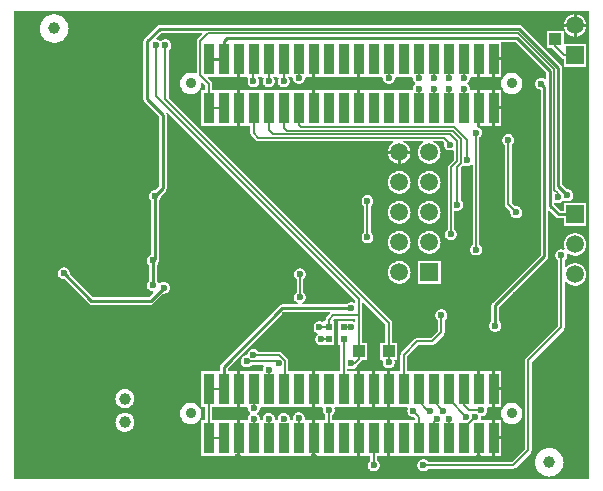
<source format=gbl>
%FSLAX24Y24*%
%MOIN*%
G70*
G01*
G75*
G04 Layer_Physical_Order=2*
G04 Layer_Color=16711680*
%ADD10C,0.0060*%
%ADD11R,0.0197X0.0236*%
%ADD12C,0.0394*%
%ADD13R,0.0236X0.0217*%
%ADD14R,0.0394X0.0709*%
%ADD15R,0.0217X0.0236*%
G04:AMPARAMS|DCode=16|XSize=19.7mil|YSize=23.6mil|CornerRadius=0mil|HoleSize=0mil|Usage=FLASHONLY|Rotation=225.000|XOffset=0mil|YOffset=0mil|HoleType=Round|Shape=Rectangle|*
%AMROTATEDRECTD16*
4,1,4,-0.0014,0.0153,0.0153,-0.0014,0.0014,-0.0153,-0.0153,0.0014,-0.0014,0.0153,0.0*
%
%ADD16ROTATEDRECTD16*%

%ADD17R,0.0315X0.0295*%
%ADD18R,0.0197X0.0256*%
%ADD19C,0.0079*%
%ADD20R,0.0236X0.0157*%
%ADD21R,0.1083X0.0350*%
G04:AMPARAMS|DCode=22|XSize=47.2mil|YSize=43.3mil|CornerRadius=0mil|HoleSize=0mil|Usage=FLASHONLY|Rotation=45.000|XOffset=0mil|YOffset=0mil|HoleType=Round|Shape=Rectangle|*
%AMROTATEDRECTD22*
4,1,4,-0.0014,-0.0320,-0.0320,-0.0014,0.0014,0.0320,0.0320,0.0014,-0.0014,-0.0320,0.0*
%
%ADD22ROTATEDRECTD22*%

%ADD23C,0.0098*%
%ADD24R,0.0400X0.0300*%
%ADD25R,0.0299X0.0945*%
%ADD26R,0.0295X0.0315*%
%ADD27R,0.1850X0.1850*%
%ADD28O,0.0079X0.0256*%
%ADD29O,0.0256X0.0079*%
%ADD30R,0.0236X0.0197*%
%ADD31C,0.0090*%
%ADD32C,0.0100*%
%ADD33C,0.0500*%
%ADD34C,0.0080*%
%ADD35C,0.0150*%
%ADD36C,0.0354*%
%ADD37C,0.0591*%
%ADD38R,0.0591X0.0591*%
%ADD39C,0.0236*%
%ADD40R,0.0354X0.1043*%
%ADD41R,0.0394X0.0394*%
%ADD42R,0.0394X0.0394*%
G36*
X21829Y131D02*
X2670D01*
Y15729D01*
X21829D01*
Y131D01*
D02*
G37*
%LPC*%
G36*
X18907Y3751D02*
X18700D01*
Y3199D01*
X18907D01*
Y3751D01*
D02*
G37*
G36*
X10634Y4475D02*
X10595Y4472D01*
X10558Y4460D01*
X10523Y4442D01*
X10493Y4417D01*
X10468Y4387D01*
X10450Y4353D01*
X10439Y4315D01*
X10435Y4276D01*
X10420Y4262D01*
X10414Y4262D01*
X10375Y4258D01*
X10338Y4247D01*
X10303Y4229D01*
X10273Y4204D01*
X10248Y4174D01*
X10230Y4139D01*
X10219Y4102D01*
X10215Y4063D01*
X10219Y4024D01*
X10230Y3987D01*
X10248Y3953D01*
X10273Y3922D01*
X10303Y3898D01*
X10338Y3879D01*
X10375Y3868D01*
X10414Y3864D01*
X10453Y3868D01*
X10490Y3879D01*
X10524Y3898D01*
X10555Y3922D01*
X10579Y3952D01*
X10968D01*
X10990Y3907D01*
X10984Y3901D01*
X10966Y3866D01*
X10955Y3829D01*
X10951Y3790D01*
X10951Y3788D01*
X10918Y3751D01*
X10200D01*
Y3149D01*
Y2547D01*
X10417D01*
X10451Y2510D01*
X10451Y2509D01*
X10455Y2470D01*
X10466Y2433D01*
X10484Y2398D01*
X10509Y2368D01*
X10527Y2354D01*
Y2304D01*
X10509Y2290D01*
X10484Y2259D01*
X10466Y2225D01*
X10455Y2188D01*
X10451Y2149D01*
X10418Y2113D01*
X10200D01*
Y1511D01*
Y909D01*
X12600D01*
Y1511D01*
Y2113D01*
X12381D01*
X12347Y2150D01*
X12349Y2170D01*
X12345Y2209D01*
X12334Y2246D01*
X12316Y2281D01*
X12291Y2311D01*
X12261Y2336D01*
X12226Y2354D01*
X12189Y2365D01*
X12150Y2369D01*
X12111Y2365D01*
X12074Y2354D01*
X12039Y2336D01*
X12009Y2311D01*
X11984Y2281D01*
X11966Y2246D01*
X11955Y2209D01*
X11951Y2170D01*
X11953Y2150D01*
X11926Y2120D01*
X11876D01*
X11849Y2149D01*
X11845Y2188D01*
X11834Y2225D01*
X11816Y2259D01*
X11791Y2290D01*
X11761Y2314D01*
X11726Y2333D01*
X11689Y2344D01*
X11650Y2348D01*
X11611Y2344D01*
X11574Y2333D01*
X11539Y2314D01*
X11509Y2290D01*
X11484Y2259D01*
X11466Y2225D01*
X11455Y2188D01*
X11451Y2149D01*
X11425Y2120D01*
X11375D01*
X11349Y2149D01*
X11345Y2188D01*
X11334Y2225D01*
X11316Y2259D01*
X11291Y2290D01*
X11261Y2314D01*
X11226Y2333D01*
X11189Y2344D01*
X11150Y2348D01*
X11111Y2344D01*
X11074Y2333D01*
X11039Y2314D01*
X11009Y2290D01*
X10984Y2259D01*
X10966Y2225D01*
X10955Y2188D01*
X10951Y2149D01*
X10925Y2120D01*
X10875D01*
X10849Y2149D01*
X10845Y2188D01*
X10834Y2225D01*
X10816Y2259D01*
X10791Y2290D01*
X10761Y2314D01*
Y2343D01*
X10791Y2368D01*
X10816Y2398D01*
X10834Y2433D01*
X10845Y2470D01*
X10849Y2509D01*
X10849Y2510D01*
X10883Y2547D01*
X12600D01*
Y3149D01*
Y3751D01*
X11801D01*
Y4090D01*
X11797Y4119D01*
X11786Y4145D01*
X11778Y4155D01*
X11768Y4168D01*
X11768Y4168D01*
X11582Y4355D01*
X11559Y4372D01*
X11551Y4376D01*
X11532Y4384D01*
X11504Y4387D01*
X10799D01*
X10775Y4417D01*
X10744Y4442D01*
X10710Y4460D01*
X10673Y4472D01*
X10634Y4475D01*
D02*
G37*
G36*
X15100Y3751D02*
X14700D01*
Y3149D01*
Y2547D01*
X15100D01*
Y3149D01*
Y3751D01*
D02*
G37*
G36*
X18907Y3099D02*
X18700D01*
Y2547D01*
X18907D01*
Y3099D01*
D02*
G37*
G36*
X15500Y7406D02*
X15451Y7403D01*
X15403Y7393D01*
X15356Y7377D01*
X15312Y7356D01*
X15271Y7328D01*
X15234Y7296D01*
X15202Y7259D01*
X15174Y7218D01*
X15153Y7174D01*
X15137Y7127D01*
X15127Y7079D01*
X15124Y7030D01*
X15127Y6981D01*
X15137Y6933D01*
X15153Y6886D01*
X15174Y6842D01*
X15202Y6801D01*
X15234Y6764D01*
X15271Y6732D01*
X15312Y6704D01*
X15356Y6683D01*
X15403Y6667D01*
X15451Y6657D01*
X15500Y6654D01*
X15549Y6657D01*
X15597Y6667D01*
X15644Y6683D01*
X15688Y6704D01*
X15729Y6732D01*
X15766Y6764D01*
X15798Y6801D01*
X15826Y6842D01*
X15847Y6886D01*
X15863Y6933D01*
X15873Y6981D01*
X15876Y7030D01*
X15873Y7079D01*
X15863Y7127D01*
X15847Y7174D01*
X15826Y7218D01*
X15798Y7259D01*
X15766Y7296D01*
X15729Y7328D01*
X15688Y7356D01*
X15644Y7377D01*
X15597Y7393D01*
X15549Y7403D01*
X15500Y7406D01*
D02*
G37*
G36*
X16500Y8406D02*
X16451Y8403D01*
X16403Y8393D01*
X16356Y8377D01*
X16312Y8356D01*
X16271Y8328D01*
X16234Y8296D01*
X16202Y8259D01*
X16174Y8218D01*
X16153Y8174D01*
X16137Y8127D01*
X16127Y8079D01*
X16124Y8030D01*
X16127Y7981D01*
X16137Y7933D01*
X16153Y7886D01*
X16174Y7842D01*
X16202Y7801D01*
X16234Y7764D01*
X16271Y7732D01*
X16312Y7704D01*
X16356Y7683D01*
X16403Y7667D01*
X16451Y7657D01*
X16500Y7654D01*
X16549Y7657D01*
X16597Y7667D01*
X16644Y7683D01*
X16688Y7704D01*
X16729Y7732D01*
X16766Y7764D01*
X16798Y7801D01*
X16826Y7842D01*
X16847Y7886D01*
X16863Y7933D01*
X16873Y7981D01*
X16876Y8030D01*
X16873Y8079D01*
X16863Y8127D01*
X16847Y8174D01*
X16826Y8218D01*
X16798Y8259D01*
X16766Y8296D01*
X16729Y8328D01*
X16688Y8356D01*
X16644Y8377D01*
X16597Y8393D01*
X16549Y8403D01*
X16500Y8406D01*
D02*
G37*
G36*
X21360Y8337D02*
X21311Y8334D01*
X21263Y8324D01*
X21216Y8309D01*
X21172Y8287D01*
X21131Y8259D01*
X21094Y8227D01*
X21062Y8190D01*
X21034Y8149D01*
X21013Y8105D01*
X20997Y8058D01*
X20987Y8010D01*
X20984Y7961D01*
X20987Y7912D01*
X20997Y7864D01*
X21013Y7817D01*
X21012Y7814D01*
X20972Y7785D01*
X20939Y7795D01*
X20900Y7799D01*
X20861Y7795D01*
X20824Y7784D01*
X20789Y7766D01*
X20759Y7741D01*
X20734Y7711D01*
X20716Y7676D01*
X20705Y7639D01*
X20701Y7600D01*
X20705Y7561D01*
X20716Y7524D01*
X20734Y7489D01*
X20759Y7459D01*
X20789Y7435D01*
Y5246D01*
X19722Y4178D01*
X19704Y4155D01*
X19701Y4148D01*
X19693Y4129D01*
X19689Y4100D01*
Y1146D01*
X19254Y711D01*
X16465D01*
X16441Y741D01*
X16411Y766D01*
X16376Y784D01*
X16339Y795D01*
X16300Y799D01*
X16261Y795D01*
X16224Y784D01*
X16189Y766D01*
X16159Y741D01*
X16134Y711D01*
X16116Y676D01*
X16105Y639D01*
X16101Y600D01*
X16105Y561D01*
X16116Y524D01*
X16134Y489D01*
X16159Y459D01*
X16189Y434D01*
X16224Y416D01*
X16261Y405D01*
X16300Y401D01*
X16339Y405D01*
X16376Y416D01*
X16411Y434D01*
X16441Y459D01*
X16465Y489D01*
X19300D01*
X19329Y493D01*
X19348Y501D01*
X19355Y504D01*
X19378Y522D01*
X19878Y1022D01*
X19896Y1045D01*
X19896Y1045D01*
X19896Y1045D01*
X19907Y1071D01*
X19911Y1100D01*
Y4054D01*
X20978Y5122D01*
X20996Y5145D01*
X21007Y5171D01*
X21011Y5200D01*
X21011Y5200D01*
X21011Y5200D01*
Y5200D01*
Y6722D01*
X21059Y6736D01*
X21062Y6732D01*
X21094Y6695D01*
X21131Y6663D01*
X21172Y6635D01*
X21216Y6614D01*
X21263Y6598D01*
X21311Y6588D01*
X21360Y6585D01*
X21409Y6588D01*
X21457Y6598D01*
X21504Y6614D01*
X21548Y6635D01*
X21589Y6663D01*
X21626Y6695D01*
X21658Y6732D01*
X21686Y6773D01*
X21707Y6817D01*
X21723Y6864D01*
X21733Y6912D01*
X21736Y6961D01*
X21733Y7010D01*
X21723Y7058D01*
X21707Y7105D01*
X21686Y7149D01*
X21658Y7190D01*
X21626Y7227D01*
X21589Y7259D01*
X21548Y7287D01*
X21504Y7309D01*
X21457Y7324D01*
X21409Y7334D01*
X21360Y7337D01*
X21311Y7334D01*
X21263Y7324D01*
X21216Y7309D01*
X21172Y7287D01*
X21131Y7259D01*
X21094Y7227D01*
X21062Y7190D01*
X21059Y7186D01*
X21011Y7200D01*
Y7435D01*
X21041Y7459D01*
X21066Y7489D01*
X21084Y7524D01*
X21095Y7561D01*
X21099Y7600D01*
X21096Y7632D01*
X21139Y7658D01*
X21172Y7635D01*
X21216Y7614D01*
X21263Y7598D01*
X21311Y7588D01*
X21360Y7585D01*
X21409Y7588D01*
X21457Y7598D01*
X21504Y7614D01*
X21548Y7635D01*
X21589Y7663D01*
X21626Y7695D01*
X21658Y7732D01*
X21686Y7773D01*
X21707Y7817D01*
X21723Y7864D01*
X21733Y7912D01*
X21736Y7961D01*
X21733Y8010D01*
X21723Y8058D01*
X21707Y8105D01*
X21686Y8149D01*
X21658Y8190D01*
X21626Y8227D01*
X21589Y8259D01*
X21548Y8287D01*
X21504Y8309D01*
X21457Y8324D01*
X21409Y8334D01*
X21360Y8337D01*
D02*
G37*
G36*
X16875Y7405D02*
X16125D01*
Y6655D01*
X16875D01*
Y7405D01*
D02*
G37*
G36*
X15500Y8406D02*
X15451Y8403D01*
X15403Y8393D01*
X15356Y8377D01*
X15312Y8356D01*
X15271Y8328D01*
X15234Y8296D01*
X15202Y8259D01*
X15174Y8218D01*
X15153Y8174D01*
X15137Y8127D01*
X15127Y8079D01*
X15124Y8030D01*
X15127Y7981D01*
X15137Y7933D01*
X15153Y7886D01*
X15174Y7842D01*
X15202Y7801D01*
X15234Y7764D01*
X15271Y7732D01*
X15312Y7704D01*
X15356Y7683D01*
X15403Y7667D01*
X15451Y7657D01*
X15500Y7654D01*
X15549Y7657D01*
X15597Y7667D01*
X15644Y7683D01*
X15688Y7704D01*
X15729Y7732D01*
X15766Y7764D01*
X15798Y7801D01*
X15826Y7842D01*
X15847Y7886D01*
X15863Y7933D01*
X15873Y7981D01*
X15876Y8030D01*
X15873Y8079D01*
X15863Y8127D01*
X15847Y8174D01*
X15826Y8218D01*
X15798Y8259D01*
X15766Y8296D01*
X15729Y8328D01*
X15688Y8356D01*
X15644Y8377D01*
X15597Y8393D01*
X15549Y8403D01*
X15500Y8406D01*
D02*
G37*
G36*
X14600Y3751D02*
X14200D01*
Y3149D01*
Y2547D01*
X14600D01*
Y3149D01*
Y3751D01*
D02*
G37*
G36*
X16900Y5799D02*
X16861Y5795D01*
X16824Y5784D01*
X16789Y5766D01*
X16759Y5741D01*
X16734Y5711D01*
X16716Y5676D01*
X16705Y5639D01*
X16701Y5600D01*
X16705Y5561D01*
X16716Y5524D01*
X16734Y5489D01*
X16759Y5459D01*
X16789Y5435D01*
Y5076D01*
X16554Y4841D01*
X16100D01*
X16071Y4837D01*
X16045Y4826D01*
X16022Y4808D01*
X15572Y4358D01*
X15554Y4335D01*
X15543Y4309D01*
X15539Y4280D01*
Y3751D01*
X15200D01*
Y3149D01*
Y2547D01*
X15765D01*
X15791Y2504D01*
X15786Y2495D01*
X15775Y2458D01*
X15771Y2419D01*
X15775Y2380D01*
X15786Y2343D01*
X15804Y2308D01*
X15829Y2278D01*
X15859Y2253D01*
X15894Y2235D01*
X15931Y2224D01*
X15970Y2220D01*
X15972Y2220D01*
X16033Y2159D01*
X16014Y2113D01*
X15200D01*
Y1511D01*
Y909D01*
X18100D01*
Y1511D01*
X18200D01*
Y909D01*
X18600D01*
Y1511D01*
Y2113D01*
X18248D01*
X18219Y2153D01*
X18227Y2180D01*
X18231Y2219D01*
X18230Y2230D01*
X18240Y2240D01*
X18279Y2244D01*
X18316Y2255D01*
X18351Y2273D01*
X18381Y2298D01*
X18406Y2328D01*
X18424Y2363D01*
X18435Y2400D01*
X18439Y2439D01*
X18435Y2478D01*
X18424Y2515D01*
X18443Y2547D01*
X18600D01*
Y3149D01*
Y3751D01*
X18200D01*
Y3149D01*
X18100D01*
Y3751D01*
X15761D01*
Y4234D01*
X16146Y4619D01*
X16600D01*
X16629Y4623D01*
X16648Y4631D01*
X16655Y4634D01*
X16678Y4652D01*
X16978Y4952D01*
X16996Y4975D01*
X16999Y4982D01*
X17007Y5001D01*
X17011Y5030D01*
Y5435D01*
X17041Y5459D01*
X17066Y5489D01*
X17084Y5524D01*
X17095Y5561D01*
X17099Y5600D01*
X17095Y5639D01*
X17084Y5676D01*
X17066Y5711D01*
X17041Y5741D01*
X17011Y5766D01*
X16976Y5784D01*
X16939Y5795D01*
X16900Y5799D01*
D02*
G37*
G36*
X18907Y1461D02*
X18700D01*
Y909D01*
X18907D01*
Y1461D01*
D02*
G37*
G36*
X20500Y1176D02*
X20447Y1173D01*
X20394Y1164D01*
X20343Y1150D01*
X20293Y1129D01*
X20247Y1103D01*
X20203Y1072D01*
X20163Y1037D01*
X20128Y997D01*
X20097Y953D01*
X20071Y907D01*
X20050Y857D01*
X20036Y806D01*
X20027Y753D01*
X20024Y700D01*
X20027Y647D01*
X20036Y594D01*
X20050Y543D01*
X20071Y493D01*
X20097Y447D01*
X20128Y403D01*
X20163Y363D01*
X20203Y328D01*
X20247Y297D01*
X20293Y271D01*
X20343Y250D01*
X20394Y236D01*
X20447Y227D01*
X20500Y224D01*
X20553Y227D01*
X20606Y236D01*
X20657Y250D01*
X20707Y271D01*
X20753Y297D01*
X20797Y328D01*
X20837Y363D01*
X20872Y403D01*
X20903Y447D01*
X20929Y493D01*
X20950Y543D01*
X20964Y594D01*
X20973Y647D01*
X20976Y700D01*
X20973Y753D01*
X20964Y806D01*
X20950Y857D01*
X20929Y907D01*
X20903Y953D01*
X20872Y997D01*
X20837Y1037D01*
X20797Y1072D01*
X20753Y1103D01*
X20707Y1129D01*
X20657Y1150D01*
X20606Y1164D01*
X20553Y1173D01*
X20500Y1176D01*
D02*
G37*
G36*
X15100Y2113D02*
X14200D01*
Y1511D01*
Y909D01*
X14529D01*
Y757D01*
X14509Y741D01*
X14484Y711D01*
X14466Y676D01*
X14455Y639D01*
X14451Y600D01*
X14455Y561D01*
X14466Y524D01*
X14484Y489D01*
X14509Y459D01*
X14539Y434D01*
X14574Y416D01*
X14611Y405D01*
X14650Y401D01*
X14689Y405D01*
X14726Y416D01*
X14761Y434D01*
X14791Y459D01*
X14816Y489D01*
X14834Y524D01*
X14845Y561D01*
X14849Y600D01*
X14845Y639D01*
X14834Y676D01*
X14816Y711D01*
X14791Y741D01*
X14771Y757D01*
Y909D01*
X15100D01*
Y1511D01*
Y2113D01*
D02*
G37*
G36*
X18907D02*
X18700D01*
Y1561D01*
X18907D01*
Y2113D01*
D02*
G37*
G36*
X19250Y2686D02*
X19204Y2683D01*
X19158Y2674D01*
X19114Y2659D01*
X19072Y2639D01*
X19033Y2613D01*
X18998Y2582D01*
X18968Y2547D01*
X18942Y2508D01*
X18921Y2466D01*
X18906Y2422D01*
X18897Y2377D01*
X18894Y2330D01*
X18897Y2283D01*
X18906Y2238D01*
X18921Y2194D01*
X18942Y2152D01*
X18968Y2113D01*
X18998Y2078D01*
X19033Y2047D01*
X19072Y2021D01*
X19114Y2001D01*
X19158Y1986D01*
X19204Y1977D01*
X19250Y1974D01*
X19297Y1977D01*
X19343Y1986D01*
X19387Y2001D01*
X19429Y2021D01*
X19467Y2047D01*
X19502Y2078D01*
X19533Y2113D01*
X19559Y2152D01*
X19580Y2194D01*
X19595Y2238D01*
X19604Y2283D01*
X19607Y2330D01*
X19604Y2377D01*
X19595Y2422D01*
X19580Y2466D01*
X19559Y2508D01*
X19533Y2547D01*
X19502Y2582D01*
X19467Y2613D01*
X19429Y2639D01*
X19387Y2659D01*
X19343Y2674D01*
X19297Y2683D01*
X19250Y2686D01*
D02*
G37*
G36*
X6354Y3141D02*
X6304Y3137D01*
X6256Y3125D01*
X6210Y3106D01*
X6167Y3080D01*
X6130Y3048D01*
X6097Y3010D01*
X6071Y2968D01*
X6052Y2922D01*
X6041Y2873D01*
X6037Y2824D01*
X6041Y2774D01*
X6052Y2726D01*
X6071Y2680D01*
X6097Y2637D01*
X6130Y2599D01*
X6167Y2567D01*
X6210Y2541D01*
X6256Y2522D01*
X6304Y2510D01*
X6354Y2506D01*
X6403Y2510D01*
X6452Y2522D01*
X6498Y2541D01*
X6540Y2567D01*
X6578Y2599D01*
X6610Y2637D01*
X6636Y2680D01*
X6656Y2726D01*
X6667Y2774D01*
X6671Y2824D01*
X6667Y2873D01*
X6656Y2922D01*
X6636Y2968D01*
X6610Y3010D01*
X6578Y3048D01*
X6540Y3080D01*
X6498Y3106D01*
X6452Y3125D01*
X6403Y3137D01*
X6354Y3141D01*
D02*
G37*
G36*
Y2353D02*
X6304Y2350D01*
X6256Y2338D01*
X6210Y2319D01*
X6167Y2293D01*
X6130Y2261D01*
X6097Y2223D01*
X6071Y2180D01*
X6052Y2134D01*
X6041Y2086D01*
X6037Y2036D01*
X6041Y1987D01*
X6052Y1938D01*
X6071Y1892D01*
X6097Y1850D01*
X6130Y1812D01*
X6167Y1780D01*
X6210Y1754D01*
X6256Y1735D01*
X6304Y1723D01*
X6354Y1719D01*
X6403Y1723D01*
X6452Y1735D01*
X6498Y1754D01*
X6540Y1780D01*
X6578Y1812D01*
X6610Y1850D01*
X6636Y1892D01*
X6656Y1938D01*
X6667Y1987D01*
X6671Y2036D01*
X6667Y2086D01*
X6656Y2134D01*
X6636Y2180D01*
X6610Y2223D01*
X6578Y2261D01*
X6540Y2293D01*
X6498Y2319D01*
X6452Y2338D01*
X6403Y2350D01*
X6354Y2353D01*
D02*
G37*
G36*
X8550Y2686D02*
X8503Y2683D01*
X8457Y2674D01*
X8413Y2659D01*
X8371Y2639D01*
X8333Y2613D01*
X8298Y2582D01*
X8267Y2547D01*
X8241Y2508D01*
X8220Y2466D01*
X8205Y2422D01*
X8196Y2377D01*
X8193Y2330D01*
X8196Y2283D01*
X8205Y2238D01*
X8220Y2194D01*
X8241Y2152D01*
X8267Y2113D01*
X8298Y2078D01*
X8333Y2047D01*
X8371Y2021D01*
X8413Y2001D01*
X8457Y1986D01*
X8503Y1977D01*
X8550Y1974D01*
X8596Y1977D01*
X8642Y1986D01*
X8686Y2001D01*
X8728Y2021D01*
X8767Y2047D01*
X8802Y2078D01*
X8832Y2113D01*
X8858Y2152D01*
X8879Y2194D01*
X8894Y2238D01*
X8903Y2283D01*
X8906Y2330D01*
X8903Y2377D01*
X8894Y2422D01*
X8879Y2466D01*
X8858Y2508D01*
X8832Y2547D01*
X8802Y2582D01*
X8767Y2613D01*
X8728Y2639D01*
X8686Y2659D01*
X8642Y2674D01*
X8596Y2683D01*
X8550Y2686D01*
D02*
G37*
G36*
X18907Y14099D02*
X18700D01*
Y13547D01*
X18907D01*
Y14099D01*
D02*
G37*
G36*
X20977Y15077D02*
X20423D01*
Y14523D01*
X20586D01*
X20589Y14514D01*
X20600Y14493D01*
X20615Y14475D01*
X20915Y14175D01*
X20915Y14175D01*
X20915Y14175D01*
X20915Y14175D01*
X20933Y14160D01*
X20954Y14149D01*
X20976Y14142D01*
X20985Y14141D01*
Y13885D01*
X21735D01*
Y14635D01*
X20985D01*
D01*
X20985D01*
X20977Y14643D01*
Y15077D01*
D02*
G37*
G36*
X19500Y15276D02*
X7510D01*
X7485Y15273D01*
X7462Y15266D01*
X7440Y15254D01*
X7421Y15239D01*
X7011Y14829D01*
X6996Y14810D01*
X6984Y14788D01*
X6977Y14764D01*
X6974Y14740D01*
Y12800D01*
X6977Y12775D01*
X6984Y12752D01*
X6984Y12752D01*
X6984Y12752D01*
X6996Y12730D01*
X7011Y12711D01*
X7494Y12228D01*
Y9892D01*
X7370Y9767D01*
X7350Y9769D01*
X7311Y9765D01*
X7274Y9754D01*
X7239Y9736D01*
X7209Y9711D01*
X7184Y9681D01*
X7166Y9646D01*
X7155Y9609D01*
X7151Y9570D01*
X7155Y9531D01*
X7166Y9494D01*
X7184Y9459D01*
X7209Y9429D01*
X7224Y9417D01*
Y7617D01*
X7214Y7614D01*
X7179Y7596D01*
X7149Y7571D01*
X7124Y7541D01*
X7106Y7506D01*
X7095Y7469D01*
X7091Y7430D01*
X7095Y7391D01*
X7106Y7354D01*
X7124Y7319D01*
X7149Y7289D01*
X7164Y7277D01*
Y6753D01*
X7149Y6741D01*
X7124Y6711D01*
X7106Y6676D01*
X7095Y6639D01*
X7091Y6600D01*
X7095Y6561D01*
X7106Y6524D01*
X7124Y6489D01*
X7149Y6459D01*
X7179Y6434D01*
X7214Y6416D01*
X7251Y6405D01*
X7289Y6401D01*
X7290Y6399D01*
X7296Y6343D01*
X7158Y6206D01*
X5292D01*
X4517Y6980D01*
X4519Y7000D01*
X4515Y7039D01*
X4504Y7076D01*
X4486Y7111D01*
X4461Y7141D01*
X4431Y7166D01*
X4396Y7184D01*
X4359Y7195D01*
X4320Y7199D01*
X4281Y7195D01*
X4244Y7184D01*
X4209Y7166D01*
X4179Y7141D01*
X4154Y7111D01*
X4136Y7076D01*
X4125Y7039D01*
X4121Y7000D01*
X4125Y6961D01*
X4136Y6924D01*
X4154Y6889D01*
X4179Y6859D01*
X4209Y6834D01*
X4244Y6816D01*
X4281Y6805D01*
X4320Y6801D01*
X4340Y6803D01*
X5151Y5991D01*
X5170Y5976D01*
X5192Y5964D01*
X5192Y5964D01*
X5192Y5964D01*
D01*
X5192Y5964D01*
X5192Y5964D01*
X5215Y5957D01*
X5240Y5954D01*
X7210D01*
X7235Y5957D01*
X7258Y5964D01*
X7258Y5964D01*
X7258Y5964D01*
X7280Y5976D01*
X7299Y5991D01*
X7630Y6323D01*
X7650Y6321D01*
X7689Y6325D01*
X7726Y6336D01*
X7761Y6354D01*
X7791Y6379D01*
X7816Y6409D01*
X7834Y6444D01*
X7845Y6481D01*
X7849Y6520D01*
X7845Y6559D01*
X7834Y6596D01*
X7816Y6631D01*
X7791Y6661D01*
X7761Y6686D01*
X7726Y6704D01*
X7689Y6715D01*
X7650Y6719D01*
X7611Y6715D01*
X7574Y6704D01*
X7539Y6686D01*
X7521Y6670D01*
X7472Y6680D01*
X7456Y6711D01*
X7431Y6741D01*
X7416Y6753D01*
Y7277D01*
X7431Y7289D01*
X7456Y7319D01*
X7474Y7354D01*
X7485Y7391D01*
X7489Y7430D01*
X7485Y7469D01*
X7476Y7501D01*
Y9417D01*
X7491Y9429D01*
X7516Y9459D01*
X7534Y9494D01*
X7545Y9531D01*
X7549Y9570D01*
X7547Y9590D01*
X7709Y9751D01*
X7724Y9770D01*
X7736Y9792D01*
X7743Y9815D01*
X7746Y9840D01*
Y12280D01*
X7743Y12305D01*
X7736Y12328D01*
X7726Y12347D01*
X7766Y12377D01*
X14039Y6104D01*
Y6039D01*
X13996Y6013D01*
X13976Y6024D01*
X13939Y6035D01*
X13900Y6039D01*
X13861Y6035D01*
X13824Y6024D01*
X13789Y6006D01*
X13759Y5981D01*
X13747Y5966D01*
X12270D01*
X12263Y6015D01*
X12266Y6016D01*
X12301Y6034D01*
X12331Y6059D01*
X12356Y6089D01*
X12374Y6124D01*
X12385Y6161D01*
X12389Y6200D01*
X12385Y6239D01*
X12374Y6276D01*
X12356Y6311D01*
X12331Y6341D01*
X12301Y6365D01*
Y6805D01*
X12331Y6829D01*
X12356Y6859D01*
X12374Y6894D01*
X12385Y6931D01*
X12389Y6970D01*
X12385Y7009D01*
X12374Y7046D01*
X12356Y7081D01*
X12331Y7111D01*
X12301Y7136D01*
X12266Y7154D01*
X12229Y7165D01*
X12190Y7169D01*
X12151Y7165D01*
X12114Y7154D01*
X12079Y7136D01*
X12049Y7111D01*
X12024Y7081D01*
X12006Y7046D01*
X11995Y7009D01*
X11991Y6970D01*
X11995Y6931D01*
X12006Y6894D01*
X12024Y6859D01*
X12049Y6829D01*
X12079Y6805D01*
Y6365D01*
X12049Y6341D01*
X12024Y6311D01*
X12006Y6276D01*
X11995Y6239D01*
X11991Y6200D01*
X11995Y6161D01*
X12006Y6124D01*
X12024Y6089D01*
X12049Y6059D01*
X12079Y6034D01*
X12114Y6016D01*
X12117Y6015D01*
X12110Y5966D01*
X11600D01*
X11575Y5963D01*
X11552Y5956D01*
X11530Y5944D01*
X11511Y5929D01*
X9561Y3979D01*
X9546Y3960D01*
X9534Y3938D01*
X9527Y3914D01*
X9524Y3890D01*
Y3751D01*
X8893D01*
Y2547D01*
X9029D01*
Y2113D01*
X8893D01*
Y909D01*
X10100D01*
Y1511D01*
Y2113D01*
X9271D01*
Y2547D01*
X10100D01*
Y3149D01*
Y3751D01*
X9776D01*
Y3838D01*
X11652Y5714D01*
X13192D01*
X13211Y5668D01*
X13072Y5528D01*
X13054Y5505D01*
X13051Y5498D01*
X13043Y5479D01*
X13039Y5450D01*
Y5395D01*
X12962D01*
X12962Y5395D01*
X12920Y5379D01*
X12916Y5381D01*
X12879Y5392D01*
X12840Y5396D01*
X12801Y5392D01*
X12764Y5381D01*
X12729Y5362D01*
X12699Y5338D01*
X12674Y5307D01*
X12656Y5273D01*
X12645Y5236D01*
X12641Y5197D01*
X12645Y5158D01*
X12656Y5121D01*
X12674Y5086D01*
X12699Y5056D01*
X12729Y5031D01*
X12764Y5013D01*
X12766Y5012D01*
X12774Y4998D01*
X12781Y4962D01*
X12759Y4944D01*
X12734Y4914D01*
X12716Y4879D01*
X12705Y4842D01*
X12701Y4803D01*
X12705Y4764D01*
X12716Y4727D01*
X12734Y4693D01*
X12759Y4662D01*
X12789Y4638D01*
X12824Y4619D01*
X12861Y4608D01*
X12900Y4604D01*
X12939Y4608D01*
X12952Y4612D01*
X12962Y4605D01*
Y4605D01*
X13338D01*
Y4999D01*
Y5395D01*
X13317D01*
X13298Y5441D01*
X13346Y5489D01*
X14039D01*
Y5396D01*
X13996Y5370D01*
X13976Y5381D01*
X13939Y5392D01*
X13900Y5396D01*
X13861Y5392D01*
X13848Y5388D01*
X13838Y5395D01*
Y5395D01*
X13462D01*
Y4999D01*
Y4605D01*
X13539D01*
Y3751D01*
X12700D01*
Y3149D01*
Y2547D01*
X12934D01*
X12963Y2507D01*
X12955Y2479D01*
X12951Y2440D01*
X12955Y2401D01*
X12966Y2364D01*
X12984Y2329D01*
X13009Y2299D01*
X13039Y2275D01*
Y2113D01*
X12700D01*
Y1511D01*
Y909D01*
X14100D01*
Y1511D01*
Y2113D01*
X13261D01*
Y2275D01*
X13291Y2299D01*
X13316Y2329D01*
X13334Y2364D01*
X13345Y2401D01*
X13349Y2440D01*
X13345Y2479D01*
X13334Y2516D01*
X13353Y2547D01*
X14100D01*
Y3149D01*
Y3751D01*
X13761D01*
Y3801D01*
X13804Y3827D01*
X13824Y3816D01*
X13861Y3805D01*
X13900Y3801D01*
X13939Y3805D01*
X13976Y3816D01*
X14011Y3834D01*
X14041Y3859D01*
X14066Y3889D01*
X14079Y3914D01*
X14088Y3922D01*
X14228Y4062D01*
X14246Y4085D01*
X14249Y4092D01*
X14257Y4111D01*
X14259Y4123D01*
X14427D01*
Y4677D01*
X14261D01*
Y5600D01*
Y6017D01*
X14307Y6036D01*
X15039Y5304D01*
Y4677D01*
X14873D01*
Y4123D01*
X14929D01*
X14959Y4083D01*
X14955Y4069D01*
X14951Y4030D01*
X14955Y3991D01*
X14966Y3954D01*
X14984Y3919D01*
X15009Y3889D01*
X15039Y3864D01*
X15074Y3846D01*
X15111Y3835D01*
X15150Y3831D01*
X15189Y3835D01*
X15226Y3846D01*
X15261Y3864D01*
X15291Y3889D01*
X15316Y3919D01*
X15334Y3954D01*
X15345Y3991D01*
X15349Y4030D01*
X15345Y4069D01*
X15334Y4106D01*
X15344Y4123D01*
X15427D01*
Y4677D01*
X15261D01*
Y5350D01*
X15257Y5379D01*
X15246Y5405D01*
X15228Y5428D01*
X7811Y12846D01*
Y14435D01*
X7841Y14459D01*
X7866Y14489D01*
X7884Y14524D01*
X7895Y14561D01*
X7899Y14600D01*
X7895Y14639D01*
X7884Y14676D01*
X7866Y14711D01*
X7841Y14741D01*
X7811Y14766D01*
X7776Y14784D01*
X7739Y14795D01*
X7700Y14799D01*
X7661Y14795D01*
X7624Y14784D01*
X7589Y14766D01*
X7559Y14741D01*
X7531D01*
X7501Y14766D01*
X7466Y14784D01*
X7429Y14795D01*
X7390Y14799D01*
X7385Y14848D01*
X7562Y15024D01*
X8912D01*
X8931Y14978D01*
X8782Y14828D01*
X8764Y14805D01*
X8761Y14798D01*
X8753Y14779D01*
X8749Y14750D01*
Y13675D01*
X8707Y13649D01*
X8686Y13659D01*
X8642Y13674D01*
X8596Y13683D01*
X8550Y13686D01*
X8503Y13683D01*
X8457Y13674D01*
X8413Y13659D01*
X8371Y13639D01*
X8333Y13613D01*
X8298Y13582D01*
X8267Y13547D01*
X8241Y13508D01*
X8220Y13466D01*
X8205Y13422D01*
X8196Y13377D01*
X8193Y13330D01*
X8196Y13283D01*
X8205Y13238D01*
X8220Y13194D01*
X8241Y13152D01*
X8267Y13113D01*
X8298Y13078D01*
X8333Y13047D01*
X8371Y13021D01*
X8413Y13001D01*
X8457Y12986D01*
X8503Y12977D01*
X8550Y12974D01*
X8596Y12977D01*
X8642Y12986D01*
X8686Y13001D01*
X8728Y13021D01*
X8767Y13047D01*
X8802Y13078D01*
X8832Y13113D01*
X8858Y13152D01*
X8879Y13194D01*
X8894Y13238D01*
X8903Y13283D01*
X8906Y13330D01*
X8906Y13331D01*
X8951Y13352D01*
X9039Y13264D01*
Y13113D01*
X8893D01*
Y11909D01*
X10100D01*
Y12511D01*
Y13113D01*
X9261D01*
Y13310D01*
X9257Y13339D01*
X9246Y13365D01*
X9228Y13388D01*
X9116Y13501D01*
X9135Y13547D01*
X10100D01*
Y14149D01*
X10200D01*
Y13547D01*
X10430D01*
X10461Y13522D01*
X10471Y13504D01*
X10456Y13476D01*
X10445Y13439D01*
X10441Y13400D01*
X10445Y13361D01*
X10456Y13324D01*
X10474Y13289D01*
X10499Y13259D01*
X10529Y13234D01*
X10564Y13216D01*
X10601Y13205D01*
X10640Y13201D01*
X10679Y13205D01*
X10716Y13216D01*
X10751Y13234D01*
X10781Y13259D01*
X10806Y13289D01*
X10824Y13324D01*
X10835Y13361D01*
X10839Y13400D01*
X10835Y13439D01*
X10824Y13476D01*
X10806Y13511D01*
X10781Y13541D01*
X10783Y13547D01*
X10940D01*
X10971Y13522D01*
X10981Y13504D01*
X10966Y13476D01*
X10955Y13439D01*
X10951Y13400D01*
X10955Y13361D01*
X10966Y13324D01*
X10984Y13289D01*
X11009Y13259D01*
X11039Y13234D01*
X11074Y13216D01*
X11111Y13205D01*
X11150Y13201D01*
X11189Y13205D01*
X11226Y13216D01*
X11261Y13234D01*
X11291Y13259D01*
X11316Y13289D01*
X11334Y13324D01*
X11345Y13361D01*
X11349Y13400D01*
X11345Y13439D01*
X11334Y13476D01*
X11316Y13511D01*
X11291Y13541D01*
X11293Y13547D01*
X11440D01*
X11471Y13522D01*
X11481Y13504D01*
X11466Y13476D01*
X11455Y13439D01*
X11451Y13400D01*
X11455Y13361D01*
X11466Y13324D01*
X11484Y13289D01*
X11509Y13259D01*
X11539Y13234D01*
X11574Y13216D01*
X11611Y13205D01*
X11650Y13201D01*
X11689Y13205D01*
X11726Y13216D01*
X11761Y13234D01*
X11791Y13259D01*
X11816Y13289D01*
X11834Y13324D01*
X11845Y13361D01*
X11849Y13400D01*
X11845Y13439D01*
X11834Y13476D01*
X11816Y13511D01*
X11791Y13541D01*
X11793Y13547D01*
X11917D01*
X11951Y13510D01*
X11951Y13509D01*
X11955Y13470D01*
X11966Y13433D01*
X11984Y13398D01*
X12009Y13368D01*
X12039Y13343D01*
X12074Y13325D01*
X12111Y13314D01*
X12150Y13310D01*
X12189Y13314D01*
X12226Y13325D01*
X12261Y13343D01*
X12291Y13368D01*
X12316Y13398D01*
X12334Y13433D01*
X12345Y13470D01*
X12349Y13509D01*
X12349Y13510D01*
X12383Y13547D01*
X12600D01*
Y14149D01*
X12700D01*
Y13547D01*
X14100D01*
Y14149D01*
X14200D01*
Y13547D01*
X14917D01*
X14951Y13510D01*
X14951Y13509D01*
X14955Y13470D01*
X14966Y13433D01*
X14984Y13398D01*
X15009Y13368D01*
X15039Y13343D01*
X15074Y13325D01*
X15111Y13314D01*
X15150Y13310D01*
X15189Y13314D01*
X15226Y13325D01*
X15261Y13343D01*
X15291Y13368D01*
X15316Y13398D01*
X15334Y13433D01*
X15345Y13470D01*
X15349Y13509D01*
X15349Y13510D01*
X15383Y13547D01*
X15917D01*
X15951Y13510D01*
X15951Y13509D01*
X15955Y13470D01*
X15966Y13433D01*
X15984Y13398D01*
X16009Y13368D01*
X16027Y13354D01*
Y13304D01*
X16009Y13290D01*
X15984Y13259D01*
X15966Y13225D01*
X15955Y13188D01*
X15951Y13149D01*
X15918Y13113D01*
X14200D01*
Y12511D01*
X14100D01*
Y13113D01*
X12700D01*
Y12511D01*
X12600D01*
Y13113D01*
X10200D01*
Y12511D01*
Y11909D01*
X10539D01*
Y11660D01*
X10543Y11631D01*
X10551Y11612D01*
X10554Y11605D01*
X10572Y11582D01*
X10722Y11432D01*
X10745Y11414D01*
X10771Y11403D01*
X10800Y11399D01*
X15291D01*
X15291Y11398D01*
X15305Y11351D01*
X15271Y11328D01*
X15234Y11296D01*
X15202Y11259D01*
X15174Y11218D01*
X15153Y11174D01*
X15137Y11127D01*
X15127Y11080D01*
X15873D01*
X15863Y11127D01*
X15847Y11174D01*
X15826Y11218D01*
X15798Y11259D01*
X15766Y11296D01*
X15729Y11328D01*
X15688Y11356D01*
X15644Y11377D01*
X15597Y11393D01*
X15598Y11399D01*
X16291D01*
X16291Y11398D01*
X16305Y11351D01*
X16271Y11328D01*
X16234Y11296D01*
X16202Y11259D01*
X16174Y11218D01*
X16153Y11174D01*
X16137Y11127D01*
X16127Y11079D01*
X16124Y11030D01*
X16127Y10981D01*
X16137Y10933D01*
X16153Y10886D01*
X16174Y10842D01*
X16202Y10801D01*
X16234Y10764D01*
X16271Y10732D01*
X16312Y10704D01*
X16356Y10683D01*
X16403Y10667D01*
X16451Y10657D01*
X16500Y10654D01*
X16549Y10657D01*
X16597Y10667D01*
X16644Y10683D01*
X16688Y10704D01*
X16729Y10732D01*
X16766Y10764D01*
X16798Y10801D01*
X16826Y10842D01*
X16847Y10886D01*
X16863Y10933D01*
X16873Y10981D01*
X16876Y11030D01*
X16873Y11079D01*
X16863Y11127D01*
X16847Y11174D01*
X16826Y11218D01*
X16798Y11259D01*
X16766Y11296D01*
X16729Y11328D01*
X16688Y11356D01*
X16644Y11377D01*
X16597Y11393D01*
X16598Y11399D01*
X16954D01*
X17009Y11344D01*
X17005Y11329D01*
X17001Y11290D01*
X17005Y11251D01*
X17016Y11214D01*
X17034Y11179D01*
X17059Y11149D01*
X17089Y11124D01*
X17124Y11106D01*
X17161Y11095D01*
X17200Y11091D01*
X17239Y11095D01*
X17276Y11106D01*
X17319Y11026D01*
Y10782D01*
X17142Y10604D01*
X17124Y10581D01*
X17113Y10554D01*
X17109Y10526D01*
Y8465D01*
X17079Y8441D01*
X17054Y8411D01*
X17036Y8376D01*
X17025Y8339D01*
X17021Y8300D01*
X17025Y8261D01*
X17036Y8224D01*
X17054Y8189D01*
X17079Y8159D01*
X17109Y8134D01*
X17144Y8116D01*
X17181Y8105D01*
X17220Y8101D01*
X17259Y8105D01*
X17296Y8116D01*
X17331Y8134D01*
X17361Y8159D01*
X17386Y8189D01*
X17404Y8224D01*
X17415Y8261D01*
X17419Y8300D01*
X17415Y8339D01*
X17404Y8376D01*
X17386Y8411D01*
X17361Y8441D01*
X17331Y8465D01*
Y9061D01*
X17371Y9091D01*
X17391Y9085D01*
X17430Y9081D01*
X17469Y9085D01*
X17506Y9096D01*
X17541Y9114D01*
X17571Y9139D01*
X17596Y9169D01*
X17614Y9204D01*
X17625Y9241D01*
X17629Y9280D01*
X17625Y9319D01*
X17614Y9356D01*
X17596Y9391D01*
X17571Y9421D01*
X17541Y9445D01*
Y10504D01*
X17628Y10592D01*
X17637Y10603D01*
X17649Y10604D01*
X17684Y10586D01*
X17721Y10575D01*
X17760Y10571D01*
X17799Y10575D01*
X17836Y10586D01*
X17871Y10604D01*
X17901Y10629D01*
X17902Y10631D01*
X17949Y10614D01*
Y7955D01*
X17919Y7931D01*
X17894Y7901D01*
X17876Y7866D01*
X17865Y7829D01*
X17861Y7790D01*
X17865Y7751D01*
X17876Y7714D01*
X17894Y7679D01*
X17919Y7649D01*
X17949Y7624D01*
X17984Y7606D01*
X18021Y7595D01*
X18060Y7591D01*
X18099Y7595D01*
X18136Y7606D01*
X18171Y7624D01*
X18201Y7649D01*
X18226Y7679D01*
X18244Y7714D01*
X18255Y7751D01*
X18259Y7790D01*
X18255Y7829D01*
X18244Y7866D01*
X18226Y7901D01*
X18201Y7931D01*
X18171Y7955D01*
Y11525D01*
X18201Y11549D01*
X18226Y11579D01*
X18244Y11614D01*
X18255Y11651D01*
X18259Y11690D01*
X18255Y11729D01*
X18244Y11766D01*
X18226Y11801D01*
X18201Y11831D01*
X18171Y11856D01*
X18136Y11874D01*
X18099Y11885D01*
X18060Y11889D01*
X18080Y11909D01*
X18100D01*
Y12511D01*
Y13113D01*
X17883D01*
X17849Y13150D01*
X17849Y13151D01*
X17845Y13190D01*
X17834Y13227D01*
X17816Y13262D01*
X17791Y13292D01*
X17761Y13317D01*
Y13343D01*
X17791Y13368D01*
X17816Y13398D01*
X17834Y13433D01*
X17845Y13470D01*
X17849Y13509D01*
X17849Y13510D01*
X17883Y13547D01*
X18100D01*
Y14149D01*
X18200D01*
Y13547D01*
X18600D01*
Y14149D01*
X18650D01*
Y14199D01*
X18907D01*
Y14704D01*
X19388D01*
X20394Y13698D01*
Y13500D01*
X20349Y13478D01*
X20341Y13486D01*
X20306Y13504D01*
X20269Y13515D01*
X20230Y13519D01*
X20191Y13515D01*
X20154Y13504D01*
X20119Y13486D01*
X20089Y13461D01*
X20064Y13431D01*
X20046Y13396D01*
X20035Y13359D01*
X20031Y13320D01*
X20035Y13281D01*
X20046Y13244D01*
X20064Y13209D01*
X20089Y13179D01*
X20119Y13154D01*
X20154Y13136D01*
X20191Y13125D01*
X20214Y13122D01*
Y7622D01*
X18611Y6019D01*
X18596Y6000D01*
X18584Y5978D01*
X18577Y5955D01*
X18574Y5930D01*
Y5405D01*
X18559Y5393D01*
X18534Y5363D01*
X18516Y5328D01*
X18505Y5291D01*
X18501Y5252D01*
X18505Y5213D01*
X18516Y5176D01*
X18534Y5141D01*
X18559Y5111D01*
X18589Y5086D01*
X18624Y5068D01*
X18661Y5057D01*
X18700Y5053D01*
X18739Y5057D01*
X18776Y5068D01*
X18811Y5086D01*
X18841Y5111D01*
X18866Y5141D01*
X18884Y5176D01*
X18895Y5213D01*
X18899Y5252D01*
X18895Y5291D01*
X18884Y5328D01*
X18866Y5363D01*
X18841Y5393D01*
X18826Y5405D01*
Y5878D01*
X20429Y7481D01*
X20444Y7500D01*
X20456Y7522D01*
X20456Y7522D01*
X20456Y7522D01*
X20463Y7545D01*
X20466Y7570D01*
Y9061D01*
X20512Y9081D01*
X20720Y8872D01*
X20739Y8857D01*
X20761Y8845D01*
X20784Y8838D01*
X20809Y8835D01*
X20985D01*
Y8586D01*
X21735D01*
Y9336D01*
X20985D01*
Y9087D01*
X20861D01*
X20646Y9302D01*
Y9339D01*
X20688Y9364D01*
X20704Y9356D01*
X20741Y9345D01*
X20780Y9341D01*
X20819Y9345D01*
X20856Y9356D01*
X20891Y9374D01*
X20921Y9399D01*
X20946Y9429D01*
X20986Y9437D01*
X20989Y9434D01*
X21024Y9416D01*
X21061Y9405D01*
X21100Y9401D01*
X21139Y9405D01*
X21176Y9416D01*
X21211Y9434D01*
X21241Y9459D01*
X21266Y9489D01*
X21284Y9524D01*
X21295Y9561D01*
X21299Y9600D01*
X21295Y9639D01*
X21284Y9676D01*
X21266Y9711D01*
X21241Y9741D01*
X21211Y9766D01*
X21176Y9784D01*
X21139Y9795D01*
X21100Y9799D01*
X21080Y9797D01*
X20926Y9952D01*
Y13850D01*
X20923Y13874D01*
X20916Y13898D01*
X20904Y13920D01*
X20889Y13939D01*
X19589Y15239D01*
X19570Y15254D01*
X19548Y15266D01*
X19525Y15273D01*
X19500Y15276D01*
D02*
G37*
G36*
X18907Y13113D02*
X18700D01*
Y12561D01*
X18907D01*
Y13113D01*
D02*
G37*
G36*
X19250Y13686D02*
X19204Y13683D01*
X19158Y13674D01*
X19114Y13659D01*
X19072Y13639D01*
X19033Y13613D01*
X18998Y13582D01*
X18968Y13547D01*
X18942Y13508D01*
X18921Y13466D01*
X18906Y13422D01*
X18897Y13377D01*
X18894Y13330D01*
X18897Y13283D01*
X18906Y13238D01*
X18921Y13194D01*
X18942Y13152D01*
X18968Y13113D01*
X18998Y13078D01*
X19033Y13047D01*
X19072Y13021D01*
X19114Y13001D01*
X19158Y12986D01*
X19204Y12977D01*
X19250Y12974D01*
X19297Y12977D01*
X19343Y12986D01*
X19387Y13001D01*
X19429Y13021D01*
X19467Y13047D01*
X19502Y13078D01*
X19533Y13113D01*
X19559Y13152D01*
X19580Y13194D01*
X19595Y13238D01*
X19604Y13283D01*
X19607Y13330D01*
X19604Y13377D01*
X19595Y13422D01*
X19580Y13466D01*
X19559Y13508D01*
X19533Y13547D01*
X19502Y13582D01*
X19467Y13613D01*
X19429Y13639D01*
X19387Y13659D01*
X19343Y13674D01*
X19297Y13683D01*
X19250Y13686D01*
D02*
G37*
G36*
X21310Y15633D02*
X21263Y15623D01*
X21216Y15607D01*
X21172Y15586D01*
X21131Y15558D01*
X21094Y15526D01*
X21062Y15489D01*
X21034Y15448D01*
X21013Y15404D01*
X20997Y15357D01*
X20987Y15310D01*
X21310D01*
Y15633D01*
D02*
G37*
G36*
X21410D02*
Y15310D01*
X21733D01*
X21723Y15357D01*
X21707Y15404D01*
X21686Y15448D01*
X21658Y15489D01*
X21626Y15526D01*
X21589Y15558D01*
X21548Y15586D01*
X21504Y15607D01*
X21457Y15623D01*
X21410Y15633D01*
D02*
G37*
G36*
X21733Y15210D02*
X21410D01*
Y14887D01*
X21457Y14897D01*
X21504Y14913D01*
X21548Y14934D01*
X21589Y14962D01*
X21626Y14994D01*
X21658Y15031D01*
X21686Y15072D01*
X21707Y15116D01*
X21723Y15163D01*
X21733Y15210D01*
D02*
G37*
G36*
X4000Y15636D02*
X3947Y15633D01*
X3894Y15624D01*
X3843Y15610D01*
X3793Y15589D01*
X3747Y15563D01*
X3703Y15532D01*
X3663Y15497D01*
X3628Y15457D01*
X3597Y15413D01*
X3571Y15367D01*
X3550Y15317D01*
X3536Y15266D01*
X3527Y15213D01*
X3524Y15160D01*
X3527Y15107D01*
X3536Y15054D01*
X3550Y15003D01*
X3571Y14953D01*
X3597Y14907D01*
X3628Y14863D01*
X3663Y14823D01*
X3703Y14788D01*
X3747Y14757D01*
X3793Y14731D01*
X3843Y14710D01*
X3894Y14696D01*
X3947Y14687D01*
X4000Y14684D01*
X4053Y14687D01*
X4106Y14696D01*
X4157Y14710D01*
X4207Y14731D01*
X4253Y14757D01*
X4297Y14788D01*
X4337Y14823D01*
X4372Y14863D01*
X4403Y14907D01*
X4429Y14953D01*
X4450Y15003D01*
X4464Y15054D01*
X4473Y15107D01*
X4476Y15160D01*
X4473Y15213D01*
X4464Y15266D01*
X4450Y15317D01*
X4429Y15367D01*
X4403Y15413D01*
X4372Y15457D01*
X4337Y15497D01*
X4297Y15532D01*
X4253Y15563D01*
X4207Y15589D01*
X4157Y15610D01*
X4106Y15624D01*
X4053Y15633D01*
X4000Y15636D01*
D02*
G37*
G36*
X21310Y15210D02*
X20987D01*
X20997Y15163D01*
X21013Y15116D01*
X21034Y15072D01*
X21062Y15031D01*
X21094Y14994D01*
X21131Y14962D01*
X21172Y14934D01*
X21216Y14913D01*
X21263Y14897D01*
X21310Y14887D01*
Y15210D01*
D02*
G37*
G36*
X19130Y11644D02*
X19091Y11640D01*
X19054Y11629D01*
X19019Y11611D01*
X18989Y11586D01*
X18964Y11556D01*
X18946Y11521D01*
X18935Y11484D01*
X18931Y11445D01*
X18935Y11406D01*
X18946Y11369D01*
X18964Y11334D01*
X18989Y11304D01*
X19019Y11280D01*
Y9299D01*
X19023Y9270D01*
X19031Y9251D01*
X19034Y9243D01*
X19052Y9220D01*
X19204Y9068D01*
X19200Y9030D01*
X19204Y8991D01*
X19215Y8954D01*
X19233Y8919D01*
X19258Y8889D01*
X19288Y8864D01*
X19323Y8846D01*
X19360Y8835D01*
X19399Y8831D01*
X19438Y8835D01*
X19475Y8846D01*
X19509Y8864D01*
X19540Y8889D01*
X19564Y8919D01*
X19583Y8954D01*
X19594Y8991D01*
X19598Y9030D01*
X19594Y9069D01*
X19583Y9106D01*
X19564Y9141D01*
X19540Y9171D01*
X19509Y9196D01*
X19475Y9214D01*
X19438Y9225D01*
X19399Y9229D01*
X19361Y9225D01*
X19241Y9345D01*
Y11280D01*
X19271Y11304D01*
X19296Y11334D01*
X19314Y11369D01*
X19325Y11406D01*
X19329Y11445D01*
X19325Y11484D01*
X19314Y11521D01*
X19296Y11556D01*
X19271Y11586D01*
X19241Y11611D01*
X19206Y11629D01*
X19169Y11640D01*
X19130Y11644D01*
D02*
G37*
G36*
X15500Y10406D02*
X15451Y10403D01*
X15403Y10393D01*
X15356Y10377D01*
X15312Y10356D01*
X15271Y10328D01*
X15234Y10296D01*
X15202Y10259D01*
X15174Y10218D01*
X15153Y10174D01*
X15137Y10127D01*
X15127Y10079D01*
X15124Y10030D01*
X15127Y9981D01*
X15137Y9933D01*
X15153Y9886D01*
X15174Y9842D01*
X15202Y9801D01*
X15234Y9764D01*
X15271Y9732D01*
X15312Y9704D01*
X15356Y9683D01*
X15403Y9667D01*
X15451Y9657D01*
X15500Y9654D01*
X15549Y9657D01*
X15597Y9667D01*
X15644Y9683D01*
X15688Y9704D01*
X15729Y9732D01*
X15766Y9764D01*
X15798Y9801D01*
X15826Y9842D01*
X15847Y9886D01*
X15863Y9933D01*
X15873Y9981D01*
X15876Y10030D01*
X15873Y10079D01*
X15863Y10127D01*
X15847Y10174D01*
X15826Y10218D01*
X15798Y10259D01*
X15766Y10296D01*
X15729Y10328D01*
X15688Y10356D01*
X15644Y10377D01*
X15597Y10393D01*
X15549Y10403D01*
X15500Y10406D01*
D02*
G37*
G36*
X16500Y9406D02*
X16451Y9403D01*
X16403Y9393D01*
X16356Y9377D01*
X16312Y9356D01*
X16271Y9328D01*
X16234Y9296D01*
X16202Y9259D01*
X16174Y9218D01*
X16153Y9174D01*
X16137Y9127D01*
X16127Y9079D01*
X16124Y9030D01*
X16127Y8981D01*
X16137Y8933D01*
X16153Y8886D01*
X16174Y8842D01*
X16202Y8801D01*
X16234Y8764D01*
X16271Y8732D01*
X16312Y8704D01*
X16356Y8683D01*
X16403Y8667D01*
X16451Y8657D01*
X16500Y8654D01*
X16549Y8657D01*
X16597Y8667D01*
X16644Y8683D01*
X16688Y8704D01*
X16729Y8732D01*
X16766Y8764D01*
X16798Y8801D01*
X16826Y8842D01*
X16847Y8886D01*
X16863Y8933D01*
X16873Y8981D01*
X16876Y9030D01*
X16873Y9079D01*
X16863Y9127D01*
X16847Y9174D01*
X16826Y9218D01*
X16798Y9259D01*
X16766Y9296D01*
X16729Y9328D01*
X16688Y9356D01*
X16644Y9377D01*
X16597Y9393D01*
X16549Y9403D01*
X16500Y9406D01*
D02*
G37*
G36*
X14440Y9609D02*
X14401Y9605D01*
X14364Y9594D01*
X14329Y9576D01*
X14299Y9551D01*
X14274Y9521D01*
X14256Y9486D01*
X14245Y9449D01*
X14241Y9410D01*
X14245Y9371D01*
X14256Y9334D01*
X14274Y9299D01*
X14299Y9269D01*
X14329Y9245D01*
Y8365D01*
X14299Y8341D01*
X14274Y8311D01*
X14256Y8276D01*
X14245Y8239D01*
X14241Y8200D01*
X14245Y8161D01*
X14256Y8124D01*
X14274Y8089D01*
X14299Y8059D01*
X14329Y8034D01*
X14364Y8016D01*
X14401Y8005D01*
X14440Y8001D01*
X14479Y8005D01*
X14516Y8016D01*
X14551Y8034D01*
X14581Y8059D01*
X14606Y8089D01*
X14624Y8124D01*
X14635Y8161D01*
X14639Y8200D01*
X14635Y8239D01*
X14624Y8276D01*
X14606Y8311D01*
X14581Y8341D01*
X14551Y8365D01*
Y9245D01*
X14581Y9269D01*
X14606Y9299D01*
X14624Y9334D01*
X14635Y9371D01*
X14639Y9410D01*
X14635Y9449D01*
X14624Y9486D01*
X14606Y9521D01*
X14581Y9551D01*
X14551Y9576D01*
X14516Y9594D01*
X14479Y9605D01*
X14440Y9609D01*
D02*
G37*
G36*
X15500Y9406D02*
X15451Y9403D01*
X15403Y9393D01*
X15356Y9377D01*
X15312Y9356D01*
X15271Y9328D01*
X15234Y9296D01*
X15202Y9259D01*
X15174Y9218D01*
X15153Y9174D01*
X15137Y9127D01*
X15127Y9079D01*
X15124Y9030D01*
X15127Y8981D01*
X15137Y8933D01*
X15153Y8886D01*
X15174Y8842D01*
X15202Y8801D01*
X15234Y8764D01*
X15271Y8732D01*
X15312Y8704D01*
X15356Y8683D01*
X15403Y8667D01*
X15451Y8657D01*
X15500Y8654D01*
X15549Y8657D01*
X15597Y8667D01*
X15644Y8683D01*
X15688Y8704D01*
X15729Y8732D01*
X15766Y8764D01*
X15798Y8801D01*
X15826Y8842D01*
X15847Y8886D01*
X15863Y8933D01*
X15873Y8981D01*
X15876Y9030D01*
X15873Y9079D01*
X15863Y9127D01*
X15847Y9174D01*
X15826Y9218D01*
X15798Y9259D01*
X15766Y9296D01*
X15729Y9328D01*
X15688Y9356D01*
X15644Y9377D01*
X15597Y9393D01*
X15549Y9403D01*
X15500Y9406D01*
D02*
G37*
G36*
X18600Y13113D02*
X18200D01*
Y12511D01*
Y11909D01*
X18600D01*
Y12511D01*
Y13113D01*
D02*
G37*
G36*
X18907Y12461D02*
X18700D01*
Y11909D01*
X18907D01*
Y12461D01*
D02*
G37*
G36*
X15873Y10980D02*
X15550D01*
Y10657D01*
X15597Y10667D01*
X15644Y10683D01*
X15688Y10704D01*
X15729Y10732D01*
X15766Y10764D01*
X15798Y10801D01*
X15826Y10842D01*
X15847Y10886D01*
X15863Y10933D01*
X15873Y10980D01*
D02*
G37*
G36*
X16500Y10406D02*
X16451Y10403D01*
X16403Y10393D01*
X16356Y10377D01*
X16312Y10356D01*
X16271Y10328D01*
X16234Y10296D01*
X16202Y10259D01*
X16174Y10218D01*
X16153Y10174D01*
X16137Y10127D01*
X16127Y10079D01*
X16124Y10030D01*
X16127Y9981D01*
X16137Y9933D01*
X16153Y9886D01*
X16174Y9842D01*
X16202Y9801D01*
X16234Y9764D01*
X16271Y9732D01*
X16312Y9704D01*
X16356Y9683D01*
X16403Y9667D01*
X16451Y9657D01*
X16500Y9654D01*
X16549Y9657D01*
X16597Y9667D01*
X16644Y9683D01*
X16688Y9704D01*
X16729Y9732D01*
X16766Y9764D01*
X16798Y9801D01*
X16826Y9842D01*
X16847Y9886D01*
X16863Y9933D01*
X16873Y9981D01*
X16876Y10030D01*
X16873Y10079D01*
X16863Y10127D01*
X16847Y10174D01*
X16826Y10218D01*
X16798Y10259D01*
X16766Y10296D01*
X16729Y10328D01*
X16688Y10356D01*
X16644Y10377D01*
X16597Y10393D01*
X16549Y10403D01*
X16500Y10406D01*
D02*
G37*
G36*
X15450Y10980D02*
X15127D01*
X15137Y10933D01*
X15153Y10886D01*
X15174Y10842D01*
X15202Y10801D01*
X15234Y10764D01*
X15271Y10732D01*
X15312Y10704D01*
X15356Y10683D01*
X15403Y10667D01*
X15450Y10657D01*
Y10980D01*
D02*
G37*
%LPD*%
D10*
X16300Y600D02*
X19300D01*
X9150Y12511D02*
Y13310D01*
X8860Y13600D02*
X9150Y13310D01*
X8860Y13600D02*
Y14750D01*
X20900Y5200D02*
Y7600D01*
X14150Y4140D02*
Y4400D01*
X14010Y4000D02*
X14150Y4140D01*
X13900Y4000D02*
X14010D01*
X15150Y4030D02*
Y4400D01*
X18060Y7790D02*
Y11700D01*
X16020Y14019D02*
X16150Y14149D01*
X16150Y13530D02*
Y14149D01*
X12150Y13509D02*
Y14149D01*
X10650Y2509D02*
Y3149D01*
X12150Y1511D02*
Y2170D01*
X11150Y3149D02*
Y3790D01*
X11650Y13400D02*
Y14149D01*
X10640Y14139D02*
X10650Y14149D01*
X10640Y13400D02*
Y14139D01*
X11650Y11850D02*
Y12511D01*
X11150Y11760D02*
Y12511D01*
X10650Y11660D02*
Y12511D01*
X18060Y7790D02*
X18080Y7770D01*
X12150Y11930D02*
Y12511D01*
X15150Y13509D02*
Y14149D01*
X14440Y8200D02*
Y9410D01*
X10650Y1511D02*
Y2149D01*
X11150Y1511D02*
Y2149D01*
X16150Y12511D02*
Y13149D01*
X16650Y12531D02*
Y13149D01*
X16640Y12521D02*
X16650Y12531D01*
Y13519D02*
Y14149D01*
Y13519D02*
X16660Y13509D01*
X17150Y13509D02*
Y14149D01*
X17150Y14149D02*
X17150Y14149D01*
X11150Y13400D02*
Y14149D01*
X17760Y10770D02*
Y11439D01*
X10650Y11660D02*
X10800Y11510D01*
X17000D01*
X17238Y11272D01*
X11150Y11760D02*
X11280Y11630D01*
X11650Y11850D02*
X11750Y11750D01*
X12150Y11930D02*
X12210Y11870D01*
X17329D01*
X11750Y11750D02*
X17279D01*
X11280Y11630D02*
X17199D01*
X17329Y11870D02*
X17760Y11439D01*
X17279Y11750D02*
X17550Y11479D01*
X17220Y8300D02*
Y10526D01*
X17430Y10736D01*
Y11399D01*
X17199Y11630D02*
X17430Y11399D01*
Y10550D02*
X17550Y10670D01*
Y11479D01*
X17430Y9280D02*
Y10550D01*
X11650Y3149D02*
X11690Y3189D01*
X16650Y1511D02*
Y2049D01*
X17650Y12511D02*
Y13120D01*
X17660Y13130D01*
X17150Y12511D02*
Y13151D01*
X17660Y13541D02*
X17660Y13541D01*
X17650Y13509D02*
Y14149D01*
Y1837D02*
X18032Y2219D01*
X17650Y1511D02*
Y1837D01*
X17150Y2799D02*
Y3149D01*
Y2799D02*
X17730Y2219D01*
X17650Y2619D02*
Y3149D01*
X17150Y1511D02*
Y2150D01*
X16150Y2739D02*
Y3149D01*
Y2739D02*
X16440Y2449D01*
X16150Y1511D02*
Y2199D01*
X15900Y2449D02*
X16150Y2199D01*
X12190Y6200D02*
Y6970D01*
X17650Y2619D02*
X17830Y2439D01*
X18240D01*
X11504Y4276D02*
X11690Y4090D01*
Y3189D02*
Y4090D01*
X10634Y4276D02*
X11504D01*
X10414Y4063D02*
X11416D01*
X11479Y4000D01*
X13150Y1511D02*
Y2440D01*
X16650Y2049D02*
X16750Y2149D01*
X16910Y2419D02*
Y2480D01*
X16650Y2739D02*
X16970Y2419D01*
X16650Y2739D02*
Y3149D01*
X15650D02*
Y4280D01*
X16100Y4730D01*
X16600D01*
X16900Y5030D01*
Y5600D01*
X13650Y3149D02*
Y4803D01*
X13650Y5197D02*
X13900D01*
X13150D02*
Y5450D01*
X13300Y5600D01*
X12900Y4803D02*
X13150D01*
X7700Y12800D02*
Y14600D01*
Y12800D02*
X15150Y5350D01*
Y4400D02*
Y5350D01*
X7390Y12910D02*
Y14600D01*
Y12910D02*
X14150Y6150D01*
X19130Y9299D02*
X19399Y9030D01*
X19130Y9299D02*
Y11445D01*
X19300Y600D02*
X19800Y1100D01*
Y4100D01*
X20900Y5200D01*
X13300Y5600D02*
X14150D01*
Y4400D02*
Y5600D01*
Y6150D01*
X12840Y5197D02*
X13150D01*
X20660Y9790D02*
X20780Y9670D01*
Y9540D02*
Y9670D01*
X20660Y9790D02*
Y13800D01*
X19460Y15000D02*
X20660Y13800D01*
X8860Y14750D02*
X9110Y15000D01*
X19460D01*
D12*
X20500Y700D02*
D03*
X4000Y15160D02*
D03*
X6354Y2824D02*
D03*
Y2036D02*
D03*
D15*
X13150Y5197D02*
D03*
Y4803D02*
D03*
X13650Y5197D02*
D03*
Y4803D02*
D03*
D31*
X7100Y14740D02*
X7510Y15150D01*
X20520Y9250D02*
X20809Y8961D01*
X18700Y5930D02*
X20340Y7570D01*
X18700Y5252D02*
Y5930D01*
X7350Y7490D02*
Y9560D01*
X7210Y6080D02*
X7650Y6520D01*
X5240Y6080D02*
X7210D01*
X4320Y7000D02*
X5240Y6080D01*
X7290Y7430D02*
X7350Y7490D01*
X9150Y14149D02*
X9650D01*
Y3149D02*
Y3890D01*
Y14149D02*
Y14728D01*
X7350Y9570D02*
X7620Y9840D01*
X7290Y6600D02*
Y7430D01*
X20809Y8961D02*
X21360D01*
X9650Y3890D02*
X11600Y5840D01*
X13860D01*
X13900Y5800D01*
X7100Y12800D02*
Y14740D01*
Y12800D02*
X7620Y12280D01*
Y9840D02*
Y12280D01*
X20800Y9900D02*
X21100Y9600D01*
X20340Y7570D02*
Y13210D01*
X20230Y13320D02*
X20340Y13210D01*
X20520Y9250D02*
Y13750D01*
X7510Y15150D02*
X19500D01*
X20800Y13850D01*
Y9900D02*
Y13850D01*
X9650Y14728D02*
X9752Y14830D01*
X19440D01*
X20520Y13750D01*
D34*
X14650Y600D02*
Y1511D01*
X9150Y12511D02*
X9650D01*
X9150Y3149D02*
X9650D01*
X9150Y1511D02*
X9650D01*
X9150D02*
Y3149D01*
X20700Y14560D02*
Y14800D01*
Y14560D02*
X21000Y14260D01*
X21360D01*
D36*
X19250Y13330D02*
D03*
X8550D02*
D03*
X19250Y2330D02*
D03*
X8550D02*
D03*
D37*
X21360Y7961D02*
D03*
Y6961D02*
D03*
X21360Y15260D02*
D03*
X15500Y11030D02*
D03*
X16500D02*
D03*
X15500Y9030D02*
D03*
X16500D02*
D03*
X15500Y8030D02*
D03*
X16500D02*
D03*
X15500Y7030D02*
D03*
X16500Y10030D02*
D03*
X15500D02*
D03*
D38*
X21360Y8961D02*
D03*
X21360Y14260D02*
D03*
X16500Y7030D02*
D03*
D39*
X2790Y10190D02*
D03*
Y6130D02*
D03*
Y7950D02*
D03*
X3550Y5750D02*
D03*
X8200Y1900D02*
D03*
X8500Y3800D02*
D03*
X7100Y12200D02*
D03*
X8600Y11200D02*
D03*
X8500Y9500D02*
D03*
X10100D02*
D03*
X10500Y10600D02*
D03*
X11500Y9500D02*
D03*
X12900D02*
D03*
X14000D02*
D03*
X12900Y8000D02*
D03*
X13600Y7500D02*
D03*
X12700Y7000D02*
D03*
X11700Y8000D02*
D03*
X10650Y5400D02*
D03*
X9900Y4600D02*
D03*
X8300D02*
D03*
X11500Y7200D02*
D03*
X8700Y7400D02*
D03*
X2790Y270D02*
D03*
Y2600D02*
D03*
Y4400D02*
D03*
Y11400D02*
D03*
Y13600D02*
D03*
Y15600D02*
D03*
X7790Y9600D02*
D03*
X3680Y10190D02*
D03*
X3400Y4660D02*
D03*
X17100Y4000D02*
D03*
X20900Y7600D02*
D03*
X20780Y9540D02*
D03*
X14360Y5340D02*
D03*
X14810D02*
D03*
X15150Y2320D02*
D03*
X14150D02*
D03*
X13900Y4000D02*
D03*
X15150Y4030D02*
D03*
X20260Y13650D02*
D03*
X19380Y5160D02*
D03*
X17020Y6180D02*
D03*
X2790Y12600D02*
D03*
X5410Y6460D02*
D03*
X7390Y9970D02*
D03*
X3940Y6400D02*
D03*
X6540Y10030D02*
D03*
X4320Y7000D02*
D03*
X7350Y9570D02*
D03*
X6930Y6540D02*
D03*
X7290Y7430D02*
D03*
X7650Y6520D02*
D03*
X5330Y5731D02*
D03*
X7440Y5501D02*
D03*
X6540Y7360D02*
D03*
X19130Y11445D02*
D03*
X17200Y11290D02*
D03*
X18060Y11690D02*
D03*
X19390Y6270D02*
D03*
X8500Y12800D02*
D03*
X18330Y11520D02*
D03*
X9170Y11740D02*
D03*
X6400Y12850D02*
D03*
X17650Y13509D02*
D03*
X17150Y13151D02*
D03*
X17650D02*
D03*
X16660Y13509D02*
D03*
X16150D02*
D03*
X12150D02*
D03*
X11650Y2149D02*
D03*
X10650D02*
D03*
Y2509D02*
D03*
X16750Y2149D02*
D03*
X16970Y2419D02*
D03*
X12190Y6970D02*
D03*
X12150Y2170D02*
D03*
X11150Y3790D02*
D03*
Y2149D02*
D03*
X18032Y2219D02*
D03*
X17150Y2150D02*
D03*
X14440Y8200D02*
D03*
X17430Y9280D02*
D03*
X11150Y13400D02*
D03*
X17760Y10770D02*
D03*
X18060Y7790D02*
D03*
X4940Y15590D02*
D03*
X4940Y270D02*
D03*
X7020D02*
D03*
X11180Y15590D02*
D03*
X15150Y7470D02*
D03*
X10150Y11450D02*
D03*
X12400Y11250D02*
D03*
X13740D02*
D03*
X19620Y270D02*
D03*
X21580D02*
D03*
X12650Y870D02*
D03*
X11180Y270D02*
D03*
X9100D02*
D03*
X10140Y2260D02*
D03*
X12650Y2330D02*
D03*
X19100Y2999D02*
D03*
X19020Y1510D02*
D03*
X21580Y5210D02*
D03*
X14150Y13320D02*
D03*
X12650D02*
D03*
X10640Y13400D02*
D03*
X11650D02*
D03*
X7020Y15590D02*
D03*
X13260D02*
D03*
X9100D02*
D03*
X15630Y13320D02*
D03*
X15150Y13509D02*
D03*
X20090Y12860D02*
D03*
X6864Y2040D02*
D03*
X5864Y2810D02*
D03*
X14440Y9410D02*
D03*
X16150Y13149D02*
D03*
X16650D02*
D03*
X17150Y13509D02*
D03*
X17220Y8300D02*
D03*
X11480Y3999D02*
D03*
X10414Y4063D02*
D03*
X16530Y2419D02*
D03*
X15970D02*
D03*
X18200Y4860D02*
D03*
X12190Y6200D02*
D03*
X18240Y2439D02*
D03*
X18640Y2350D02*
D03*
X17730Y2219D02*
D03*
X10140Y867D02*
D03*
X19020Y14590D02*
D03*
X7290Y6600D02*
D03*
X11700Y5600D02*
D03*
X15340Y15590D02*
D03*
X17420Y15580D02*
D03*
X21580Y11450D02*
D03*
Y9490D02*
D03*
Y7460D02*
D03*
X21460Y3950D02*
D03*
X20080Y3950D02*
D03*
X20760Y2220D02*
D03*
X18150Y840D02*
D03*
X17420Y270D02*
D03*
X15340D02*
D03*
X13260D02*
D03*
X12650Y3880D02*
D03*
X6860Y2808D02*
D03*
X7680Y3823D02*
D03*
X5080D02*
D03*
X10634Y4276D02*
D03*
X10150Y3830D02*
D03*
X21100Y9600D02*
D03*
X19500Y15590D02*
D03*
X21500Y13600D02*
D03*
X16900Y5600D02*
D03*
X17190Y5430D02*
D03*
X16000Y5200D02*
D03*
X18700Y5252D02*
D03*
X15900Y4090D02*
D03*
X19410Y3400D02*
D03*
X18200Y4000D02*
D03*
X4631Y9359D02*
D03*
X5104D02*
D03*
X5576D02*
D03*
X6049D02*
D03*
X4631Y8886D02*
D03*
X5104D02*
D03*
X5576D02*
D03*
X6049D02*
D03*
X4631Y8414D02*
D03*
X5104D02*
D03*
X5576D02*
D03*
X6049D02*
D03*
X4631Y7941D02*
D03*
X5104D02*
D03*
X5576D02*
D03*
X6049D02*
D03*
X10150Y13350D02*
D03*
X7700Y14600D02*
D03*
X7390D02*
D03*
X13900Y5197D02*
D03*
X13150Y2440D02*
D03*
X12900Y4803D02*
D03*
X13900Y5840D02*
D03*
X20500Y7200D02*
D03*
X19550Y12620D02*
D03*
X6350Y11500D02*
D03*
X19399Y9030D02*
D03*
X12840Y5197D02*
D03*
X12410Y4410D02*
D03*
X14650Y600D02*
D03*
X16300D02*
D03*
X20230Y13320D02*
D03*
X20200Y14850D02*
D03*
D40*
X9150Y12511D02*
D03*
X9650D02*
D03*
X10150D02*
D03*
X10650D02*
D03*
X11150D02*
D03*
X11650D02*
D03*
X12150D02*
D03*
X12650D02*
D03*
X13150D02*
D03*
X13650D02*
D03*
X14150D02*
D03*
X14650D02*
D03*
X15150D02*
D03*
X15650D02*
D03*
X16150D02*
D03*
X16650D02*
D03*
X17150D02*
D03*
X17650D02*
D03*
X18150D02*
D03*
X18650D02*
D03*
X9150Y14149D02*
D03*
X9650D02*
D03*
X10150D02*
D03*
X10650D02*
D03*
X11150D02*
D03*
X11650D02*
D03*
X12150D02*
D03*
X12650D02*
D03*
X13150D02*
D03*
X13650D02*
D03*
X14150D02*
D03*
X14650D02*
D03*
X15150D02*
D03*
X15650D02*
D03*
X16150D02*
D03*
X16650D02*
D03*
X17150D02*
D03*
X17650D02*
D03*
X18150D02*
D03*
X18650D02*
D03*
X9150Y1511D02*
D03*
X9650D02*
D03*
X10150D02*
D03*
X10650D02*
D03*
X11150D02*
D03*
X11650D02*
D03*
X12150D02*
D03*
X12650D02*
D03*
X13150D02*
D03*
X13650D02*
D03*
X14150D02*
D03*
X14650D02*
D03*
X15150D02*
D03*
X15650D02*
D03*
X16150D02*
D03*
X16650D02*
D03*
X17150D02*
D03*
X17650D02*
D03*
X18150D02*
D03*
X18650D02*
D03*
X9150Y3149D02*
D03*
X9650D02*
D03*
X10150D02*
D03*
X10650D02*
D03*
X11150D02*
D03*
X11650D02*
D03*
X12150D02*
D03*
X12650D02*
D03*
X13150D02*
D03*
X13650D02*
D03*
X14150D02*
D03*
X14650D02*
D03*
X15150D02*
D03*
X15650D02*
D03*
X16150D02*
D03*
X16650D02*
D03*
X17150D02*
D03*
X17650D02*
D03*
X18150D02*
D03*
X18650D02*
D03*
D41*
X15150Y4400D02*
D03*
D42*
X14150D02*
D03*
X20700Y14800D02*
D03*
M02*

</source>
